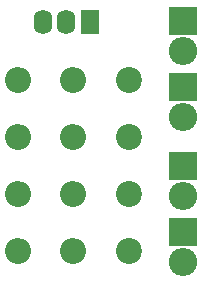
<source format=gts>
G04 #@! TF.FileFunction,Soldermask,Top*
%FSLAX46Y46*%
G04 Gerber Fmt 4.6, Leading zero omitted, Abs format (unit mm)*
G04 Created by KiCad (PCBNEW 4.0.4-1.fc24-product) date Thu Jun  7 15:39:17 2018*
%MOMM*%
%LPD*%
G01*
G04 APERTURE LIST*
%ADD10C,0.100000*%
%ADD11O,2.200000X2.200000*%
%ADD12C,2.200000*%
%ADD13O,2.398980X2.398980*%
%ADD14R,2.398980X2.398980*%
%ADD15R,1.600000X2.100000*%
%ADD16O,1.600000X2.100000*%
G04 APERTURE END LIST*
D10*
D11*
X143500000Y-95900000D03*
D12*
X148200000Y-95900000D03*
D11*
X138800000Y-95900000D03*
D12*
X148200000Y-100730000D03*
D11*
X143500000Y-100730000D03*
X138800000Y-100730000D03*
D12*
X148200000Y-91100000D03*
D11*
X143500000Y-91100000D03*
X138800000Y-91100000D03*
D12*
X148200000Y-86300000D03*
D11*
X143500000Y-86300000D03*
X138800000Y-86300000D03*
D13*
X152800000Y-83840000D03*
D14*
X152800000Y-81300000D03*
D13*
X152800000Y-89400000D03*
D14*
X152800000Y-86860000D03*
D13*
X152800000Y-96100000D03*
D14*
X152800000Y-93560000D03*
D13*
X152800000Y-101700000D03*
D14*
X152800000Y-99160000D03*
D15*
X144900000Y-81400000D03*
D16*
X142900000Y-81400000D03*
X140900000Y-81400000D03*
M02*

</source>
